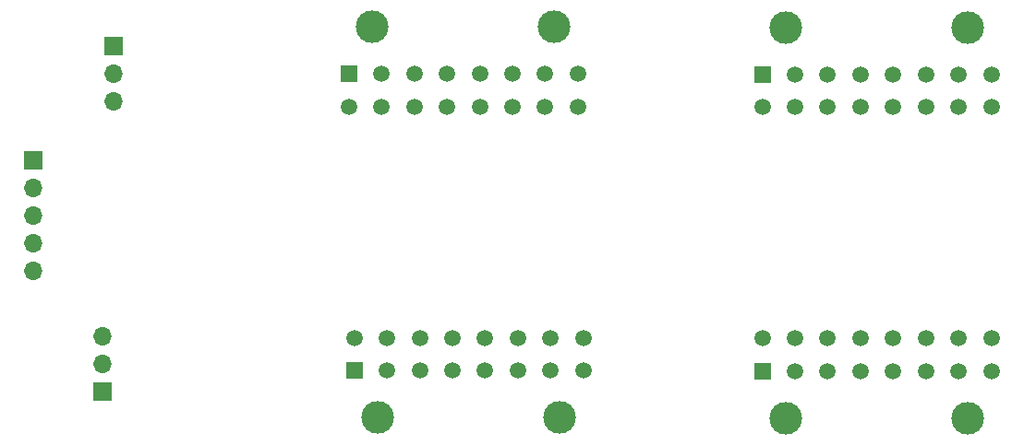
<source format=gbr>
%TF.GenerationSoftware,KiCad,Pcbnew,7.0.5*%
%TF.CreationDate,2023-06-27T15:21:13+05:30*%
%TF.ProjectId,NTC reader,4e544320-7265-4616-9465-722e6b696361,rev?*%
%TF.SameCoordinates,Original*%
%TF.FileFunction,Soldermask,Bot*%
%TF.FilePolarity,Negative*%
%FSLAX46Y46*%
G04 Gerber Fmt 4.6, Leading zero omitted, Abs format (unit mm)*
G04 Created by KiCad (PCBNEW 7.0.5) date 2023-06-27 15:21:13*
%MOMM*%
%LPD*%
G01*
G04 APERTURE LIST*
%ADD10C,3.000000*%
%ADD11R,1.520000X1.520000*%
%ADD12C,1.520000*%
%ADD13R,1.700000X1.700000*%
%ADD14O,1.700000X1.700000*%
G04 APERTURE END LIST*
D10*
%TO.C,J1*%
X188601750Y-91609011D03*
X171921750Y-91609011D03*
D11*
X169761750Y-95929011D03*
D12*
X172761750Y-95929011D03*
X175761750Y-95929011D03*
X178761750Y-95929011D03*
X181761750Y-95929011D03*
X184761750Y-95929011D03*
X187761750Y-95929011D03*
X190761750Y-95929011D03*
X169761750Y-98929011D03*
X172761750Y-98929011D03*
X175761750Y-98929011D03*
X178761750Y-98929011D03*
X181761750Y-98929011D03*
X184761750Y-98929011D03*
X187761750Y-98929011D03*
X190761750Y-98929011D03*
%TD*%
D13*
%TO.C,J4*%
X110310000Y-93350000D03*
D14*
X110310000Y-95890000D03*
X110310000Y-98430000D03*
%TD*%
D10*
%TO.C,J2*%
X150695424Y-91565540D03*
X134015424Y-91565540D03*
D11*
X131855424Y-95885540D03*
D12*
X134855424Y-95885540D03*
X137855424Y-95885540D03*
X140855424Y-95885540D03*
X143855424Y-95885540D03*
X146855424Y-95885540D03*
X149855424Y-95885540D03*
X152855424Y-95885540D03*
X131855424Y-98885540D03*
X134855424Y-98885540D03*
X137855424Y-98885540D03*
X140855424Y-98885540D03*
X143855424Y-98885540D03*
X146855424Y-98885540D03*
X149855424Y-98885540D03*
X152855424Y-98885540D03*
%TD*%
D13*
%TO.C,J5*%
X109300000Y-125095000D03*
D14*
X109300000Y-122555000D03*
X109300000Y-120015000D03*
%TD*%
D13*
%TO.C,J3*%
X102950000Y-103850000D03*
D14*
X102950000Y-106390000D03*
X102950000Y-108930000D03*
X102950000Y-111470000D03*
X102950000Y-114010000D03*
%TD*%
D10*
%TO.C,J7*%
X171921750Y-127504600D03*
X188601750Y-127504600D03*
D11*
X169761750Y-123184600D03*
D12*
X172761750Y-123184600D03*
X175761750Y-123184600D03*
X178761750Y-123184600D03*
X181761750Y-123184600D03*
X184761750Y-123184600D03*
X187761750Y-123184600D03*
X190761750Y-123184600D03*
X169761750Y-120184600D03*
X172761750Y-120184600D03*
X175761750Y-120184600D03*
X178761750Y-120184600D03*
X181761750Y-120184600D03*
X184761750Y-120184600D03*
X187761750Y-120184600D03*
X190761750Y-120184600D03*
%TD*%
D10*
%TO.C,J6*%
X134508503Y-127462361D03*
X151188503Y-127462361D03*
D11*
X132348503Y-123142361D03*
D12*
X135348503Y-123142361D03*
X138348503Y-123142361D03*
X141348503Y-123142361D03*
X144348503Y-123142361D03*
X147348503Y-123142361D03*
X150348503Y-123142361D03*
X153348503Y-123142361D03*
X132348503Y-120142361D03*
X135348503Y-120142361D03*
X138348503Y-120142361D03*
X141348503Y-120142361D03*
X144348503Y-120142361D03*
X147348503Y-120142361D03*
X150348503Y-120142361D03*
X153348503Y-120142361D03*
%TD*%
M02*

</source>
